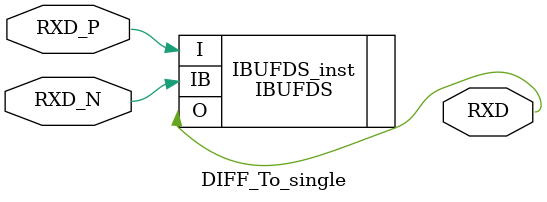
<source format=v>
`timescale 1ns / 1ps


module DIFF_To_single(
    input RXD_P,
    input RXD_N,
    output RXD
    );
    
    wire RXD;
    
    IBUFDS #(
          .DIFF_TERM("TRUE"),       // Differential Termination
          .IBUF_LOW_PWR("FALSE"),     // Low power="TRUE", Highest performance="FALSE" 
          .IOSTANDARD("DEFAULT")     // Specify the input I/O standard
       ) IBUFDS_inst (
          .O(RXD),  // Buffer output
          .I(RXD_P),  // Diff_p buffer input (connect directly to top-level port)
          .IB(RXD_N) // Diff_n buffer input (connect directly to top-level port)
       );
endmodule

</source>
